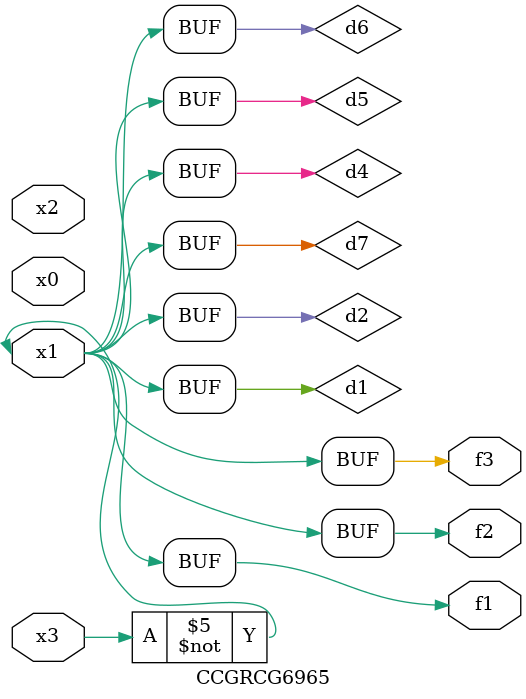
<source format=v>
module CCGRCG6965(
	input x0, x1, x2, x3,
	output f1, f2, f3
);

	wire d1, d2, d3, d4, d5, d6, d7;

	not (d1, x3);
	buf (d2, x1);
	xnor (d3, d1, d2);
	nor (d4, d1);
	buf (d5, d1, d2);
	buf (d6, d4, d5);
	nand (d7, d4);
	assign f1 = d6;
	assign f2 = d7;
	assign f3 = d6;
endmodule

</source>
